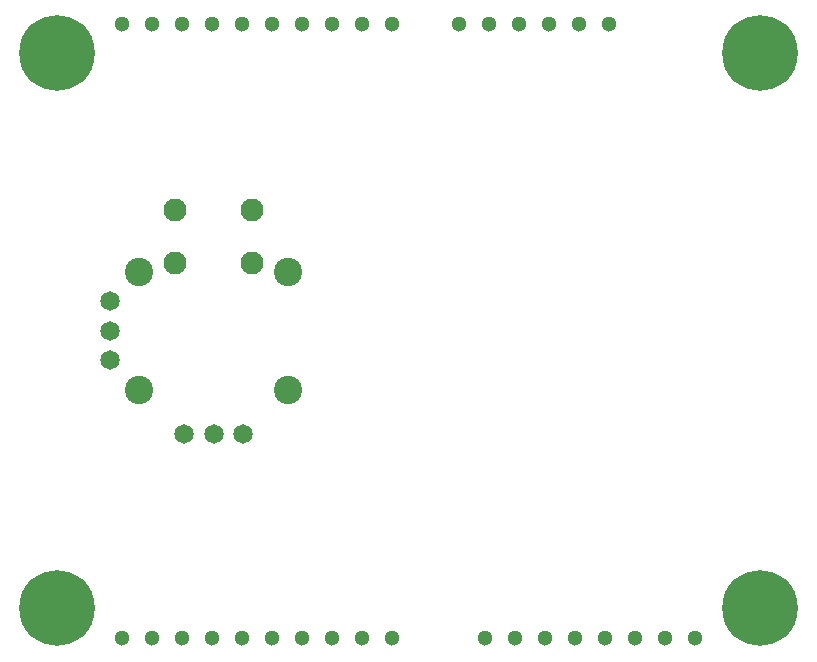
<source format=gbr>
%TF.GenerationSoftware,KiCad,Pcbnew,(6.0.10)*%
%TF.CreationDate,2023-06-21T21:11:52+02:00*%
%TF.ProjectId,FOX-PDA-v1 controller shield,464f582d-5044-4412-9d76-3120636f6e74,rev?*%
%TF.SameCoordinates,Original*%
%TF.FileFunction,Soldermask,Bot*%
%TF.FilePolarity,Negative*%
%FSLAX46Y46*%
G04 Gerber Fmt 4.6, Leading zero omitted, Abs format (unit mm)*
G04 Created by KiCad (PCBNEW (6.0.10)) date 2023-06-21 21:11:52*
%MOMM*%
%LPD*%
G01*
G04 APERTURE LIST*
%ADD10C,0.800000*%
%ADD11C,6.400000*%
%ADD12C,1.650000*%
%ADD13C,1.950000*%
%ADD14C,2.400000*%
%ADD15C,1.300000*%
G04 APERTURE END LIST*
D10*
%TO.C,H2*%
X178600000Y-72500000D03*
X183400000Y-72500000D03*
D11*
X181000000Y-72500000D03*
D10*
X181000000Y-70100000D03*
X179302944Y-70802944D03*
X182697056Y-74197056D03*
X182697056Y-70802944D03*
X181000000Y-74900000D03*
X179302944Y-74197056D03*
%TD*%
%TO.C,H1*%
X181000000Y-117100000D03*
X182697056Y-121197056D03*
X179302944Y-121197056D03*
X181000000Y-121900000D03*
X179302944Y-117802944D03*
D11*
X181000000Y-119500000D03*
D10*
X182697056Y-117802944D03*
X183400000Y-119500000D03*
X178600000Y-119500000D03*
%TD*%
D11*
%TO.C,H4*%
X121500000Y-72500000D03*
D10*
X123900000Y-72500000D03*
X119802944Y-70802944D03*
X121500000Y-74900000D03*
X123197056Y-74197056D03*
X119802944Y-74197056D03*
X119100000Y-72500000D03*
X123197056Y-70802944D03*
X121500000Y-70100000D03*
%TD*%
D12*
%TO.C,S1*%
X132230000Y-104730000D03*
X134730000Y-104730000D03*
X137230000Y-104730000D03*
X126000000Y-93500000D03*
X126000000Y-96000000D03*
X126000000Y-98500000D03*
D13*
X137980000Y-90250000D03*
X131480000Y-90250000D03*
X137980000Y-85750000D03*
X131480000Y-85750000D03*
D14*
X128405000Y-101000000D03*
X141055000Y-101000000D03*
X141055000Y-91000000D03*
X128405000Y-91000000D03*
%TD*%
D10*
%TO.C,H3*%
X123197056Y-121197056D03*
X123900000Y-119500000D03*
X119802944Y-121197056D03*
X119100000Y-119500000D03*
X121500000Y-121900000D03*
D11*
X121500000Y-119500000D03*
D10*
X123197056Y-117802944D03*
X121500000Y-117100000D03*
X119802944Y-117802944D03*
%TD*%
D15*
%TO.C,J4*%
X155500000Y-70000000D03*
X158040000Y-70000000D03*
X160580000Y-70000000D03*
X163120000Y-70000000D03*
X165660000Y-70000000D03*
X168200000Y-70000000D03*
%TD*%
%TO.C,J3*%
X149860000Y-122000000D03*
X147320000Y-122000000D03*
X144780000Y-122000000D03*
X142240000Y-122000000D03*
X139700000Y-122000000D03*
X137160000Y-122000000D03*
X134620000Y-122000000D03*
X132080000Y-122000000D03*
X129540000Y-122000000D03*
X127000000Y-122000000D03*
%TD*%
%TO.C,J1*%
X175500000Y-122000000D03*
X172960000Y-122000000D03*
X170420000Y-122000000D03*
X167880000Y-122000000D03*
X165340000Y-122000000D03*
X162800000Y-122000000D03*
X160260000Y-122000000D03*
X157720000Y-122000000D03*
%TD*%
%TO.C,J2*%
X127000000Y-70000000D03*
X129540000Y-70000000D03*
X132080000Y-70000000D03*
X134620000Y-70000000D03*
X137160000Y-70000000D03*
X139700000Y-70000000D03*
X142240000Y-70000000D03*
X144780000Y-70000000D03*
X147320000Y-70000000D03*
X149860000Y-70000000D03*
%TD*%
M02*

</source>
